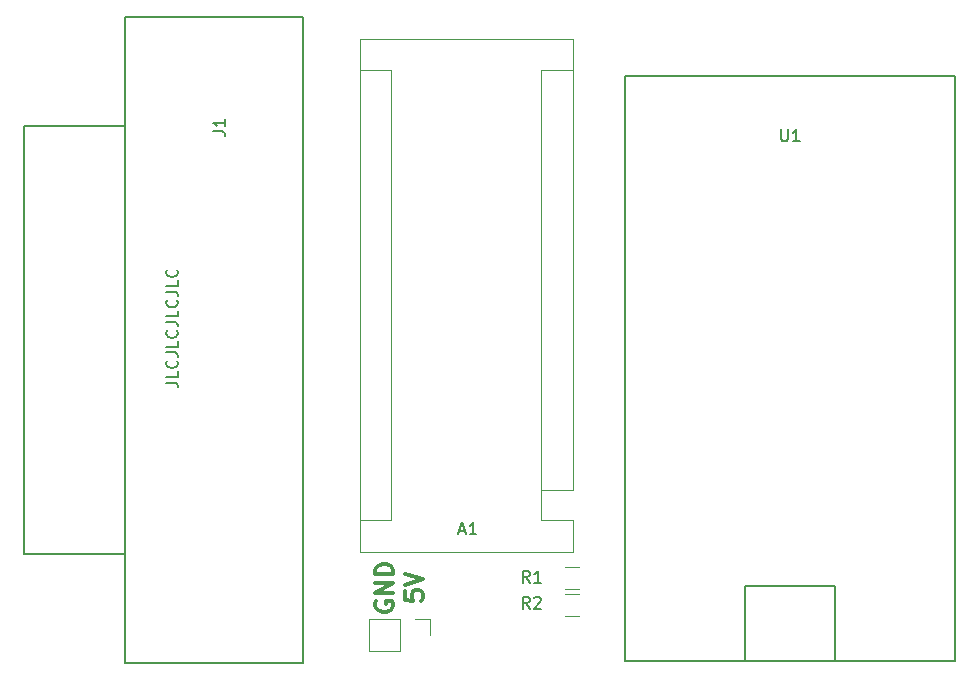
<source format=gbr>
G04 #@! TF.GenerationSoftware,KiCad,Pcbnew,5.0.2-bee76a0~70~ubuntu18.04.1*
G04 #@! TF.CreationDate,2020-08-17T12:26:13+12:00*
G04 #@! TF.ProjectId,Wireless488,57697265-6c65-4737-9334-38382e6b6963,rev?*
G04 #@! TF.SameCoordinates,Original*
G04 #@! TF.FileFunction,Legend,Top*
G04 #@! TF.FilePolarity,Positive*
%FSLAX46Y46*%
G04 Gerber Fmt 4.6, Leading zero omitted, Abs format (unit mm)*
G04 Created by KiCad (PCBNEW 5.0.2-bee76a0~70~ubuntu18.04.1) date Mon 17 Aug 2020 12:26:13 NZST*
%MOMM*%
%LPD*%
G01*
G04 APERTURE LIST*
%ADD10C,0.200000*%
%ADD11C,0.300000*%
%ADD12C,0.150000*%
%ADD13C,0.120000*%
G04 APERTURE END LIST*
D10*
X93952380Y-84619047D02*
X94666666Y-84619047D01*
X94809523Y-84666666D01*
X94904761Y-84761904D01*
X94952380Y-84904761D01*
X94952380Y-85000000D01*
X94952380Y-83666666D02*
X94952380Y-84142857D01*
X93952380Y-84142857D01*
X94857142Y-82761904D02*
X94904761Y-82809523D01*
X94952380Y-82952380D01*
X94952380Y-83047619D01*
X94904761Y-83190476D01*
X94809523Y-83285714D01*
X94714285Y-83333333D01*
X94523809Y-83380952D01*
X94380952Y-83380952D01*
X94190476Y-83333333D01*
X94095238Y-83285714D01*
X94000000Y-83190476D01*
X93952380Y-83047619D01*
X93952380Y-82952380D01*
X94000000Y-82809523D01*
X94047619Y-82761904D01*
X93952380Y-82047619D02*
X94666666Y-82047619D01*
X94809523Y-82095238D01*
X94904761Y-82190476D01*
X94952380Y-82333333D01*
X94952380Y-82428571D01*
X94952380Y-81095238D02*
X94952380Y-81571428D01*
X93952380Y-81571428D01*
X94857142Y-80190476D02*
X94904761Y-80238095D01*
X94952380Y-80380952D01*
X94952380Y-80476190D01*
X94904761Y-80619047D01*
X94809523Y-80714285D01*
X94714285Y-80761904D01*
X94523809Y-80809523D01*
X94380952Y-80809523D01*
X94190476Y-80761904D01*
X94095238Y-80714285D01*
X94000000Y-80619047D01*
X93952380Y-80476190D01*
X93952380Y-80380952D01*
X94000000Y-80238095D01*
X94047619Y-80190476D01*
X93952380Y-79476190D02*
X94666666Y-79476190D01*
X94809523Y-79523809D01*
X94904761Y-79619047D01*
X94952380Y-79761904D01*
X94952380Y-79857142D01*
X94952380Y-78523809D02*
X94952380Y-79000000D01*
X93952380Y-79000000D01*
X94857142Y-77619047D02*
X94904761Y-77666666D01*
X94952380Y-77809523D01*
X94952380Y-77904761D01*
X94904761Y-78047619D01*
X94809523Y-78142857D01*
X94714285Y-78190476D01*
X94523809Y-78238095D01*
X94380952Y-78238095D01*
X94190476Y-78190476D01*
X94095238Y-78142857D01*
X94000000Y-78047619D01*
X93952380Y-77904761D01*
X93952380Y-77809523D01*
X94000000Y-77666666D01*
X94047619Y-77619047D01*
X93952380Y-76904761D02*
X94666666Y-76904761D01*
X94809523Y-76952380D01*
X94904761Y-77047619D01*
X94952380Y-77190476D01*
X94952380Y-77285714D01*
X94952380Y-75952380D02*
X94952380Y-76428571D01*
X93952380Y-76428571D01*
X94857142Y-75047619D02*
X94904761Y-75095238D01*
X94952380Y-75238095D01*
X94952380Y-75333333D01*
X94904761Y-75476190D01*
X94809523Y-75571428D01*
X94714285Y-75619047D01*
X94523809Y-75666666D01*
X94380952Y-75666666D01*
X94190476Y-75619047D01*
X94095238Y-75571428D01*
X94000000Y-75476190D01*
X93952380Y-75333333D01*
X93952380Y-75238095D01*
X94000000Y-75095238D01*
X94047619Y-75047619D01*
D11*
X111750000Y-103142857D02*
X111678571Y-103285714D01*
X111678571Y-103500000D01*
X111750000Y-103714285D01*
X111892857Y-103857142D01*
X112035714Y-103928571D01*
X112321428Y-104000000D01*
X112535714Y-104000000D01*
X112821428Y-103928571D01*
X112964285Y-103857142D01*
X113107142Y-103714285D01*
X113178571Y-103500000D01*
X113178571Y-103357142D01*
X113107142Y-103142857D01*
X113035714Y-103071428D01*
X112535714Y-103071428D01*
X112535714Y-103357142D01*
X113178571Y-102428571D02*
X111678571Y-102428571D01*
X113178571Y-101571428D01*
X111678571Y-101571428D01*
X113178571Y-100857142D02*
X111678571Y-100857142D01*
X111678571Y-100500000D01*
X111750000Y-100285714D01*
X111892857Y-100142857D01*
X112035714Y-100071428D01*
X112321428Y-100000000D01*
X112535714Y-100000000D01*
X112821428Y-100071428D01*
X112964285Y-100142857D01*
X113107142Y-100285714D01*
X113178571Y-100500000D01*
X113178571Y-100857142D01*
X114178571Y-102285714D02*
X114178571Y-103000000D01*
X114892857Y-103071428D01*
X114821428Y-103000000D01*
X114750000Y-102857142D01*
X114750000Y-102500000D01*
X114821428Y-102357142D01*
X114892857Y-102285714D01*
X115035714Y-102214285D01*
X115392857Y-102214285D01*
X115535714Y-102285714D01*
X115607142Y-102357142D01*
X115678571Y-102500000D01*
X115678571Y-102857142D01*
X115607142Y-103000000D01*
X115535714Y-103071428D01*
X114178571Y-101785714D02*
X115678571Y-101285714D01*
X114178571Y-100785714D01*
D12*
G04 #@! TO.C,U1*
X150610000Y-101820000D02*
X150610000Y-108170000D01*
X142990000Y-101820000D02*
X150610000Y-101820000D01*
X142990000Y-108170000D02*
X142990000Y-101820000D01*
X132830000Y-58640000D02*
X132830000Y-59910000D01*
X160770000Y-58640000D02*
X132830000Y-58640000D01*
X160770000Y-108170000D02*
X160770000Y-58640000D01*
X132830000Y-108170000D02*
X160770000Y-108170000D01*
X132830000Y-59910000D02*
X132830000Y-108170000D01*
D13*
G04 #@! TO.C,R2*
X127702937Y-104345001D02*
X128907065Y-104345001D01*
X127702937Y-102525001D02*
X128907065Y-102525001D01*
G04 #@! TO.C,R1*
X127702937Y-100235001D02*
X128907065Y-100235001D01*
X127702937Y-102055001D02*
X128907065Y-102055001D01*
G04 #@! TO.C,J2*
X111130000Y-104670000D02*
X111130000Y-107330000D01*
X113730000Y-104670000D02*
X111130000Y-104670000D01*
X113730000Y-107330000D02*
X111130000Y-107330000D01*
X113730000Y-104670000D02*
X113730000Y-107330000D01*
X115000000Y-104670000D02*
X116330000Y-104670000D01*
X116330000Y-104670000D02*
X116330000Y-106000000D01*
D12*
G04 #@! TO.C,J1*
X90440000Y-53650000D02*
X90440000Y-108350000D01*
X105540000Y-53650000D02*
X105540000Y-108350000D01*
X105540000Y-53650000D02*
X90440000Y-53650000D01*
X105540000Y-108350000D02*
X90440000Y-108350000D01*
X90440000Y-62850000D02*
X81940000Y-62850000D01*
X81940000Y-62850000D02*
X81940000Y-99150000D01*
X81940000Y-99150000D02*
X90440000Y-99150000D01*
D13*
G04 #@! TO.C,A1*
X125730000Y-93730000D02*
X125730000Y-96270000D01*
X125730000Y-96270000D02*
X128400000Y-96270000D01*
X128400000Y-93730000D02*
X128400000Y-55500000D01*
X128400000Y-98940000D02*
X128400000Y-96270000D01*
X113030000Y-96270000D02*
X110360000Y-96270000D01*
X113030000Y-96270000D02*
X113030000Y-58170000D01*
X113030000Y-58170000D02*
X110360000Y-58170000D01*
X125730000Y-93730000D02*
X128400000Y-93730000D01*
X125730000Y-93730000D02*
X125730000Y-58170000D01*
X125730000Y-58170000D02*
X128400000Y-58170000D01*
X128400000Y-55500000D02*
X110360000Y-55500000D01*
X110360000Y-55500000D02*
X110360000Y-98940000D01*
X110360000Y-98940000D02*
X128400000Y-98940000D01*
G04 #@! TO.C,U1*
D12*
X146038095Y-63172380D02*
X146038095Y-63981904D01*
X146085714Y-64077142D01*
X146133333Y-64124761D01*
X146228571Y-64172380D01*
X146419047Y-64172380D01*
X146514285Y-64124761D01*
X146561904Y-64077142D01*
X146609523Y-63981904D01*
X146609523Y-63172380D01*
X147609523Y-64172380D02*
X147038095Y-64172380D01*
X147323809Y-64172380D02*
X147323809Y-63172380D01*
X147228571Y-63315238D01*
X147133333Y-63410476D01*
X147038095Y-63458095D01*
G04 #@! TO.C,R2*
X124733333Y-103752380D02*
X124400000Y-103276190D01*
X124161904Y-103752380D02*
X124161904Y-102752380D01*
X124542857Y-102752380D01*
X124638095Y-102800000D01*
X124685714Y-102847619D01*
X124733333Y-102942857D01*
X124733333Y-103085714D01*
X124685714Y-103180952D01*
X124638095Y-103228571D01*
X124542857Y-103276190D01*
X124161904Y-103276190D01*
X125114285Y-102847619D02*
X125161904Y-102800000D01*
X125257142Y-102752380D01*
X125495238Y-102752380D01*
X125590476Y-102800000D01*
X125638095Y-102847619D01*
X125685714Y-102942857D01*
X125685714Y-103038095D01*
X125638095Y-103180952D01*
X125066666Y-103752380D01*
X125685714Y-103752380D01*
G04 #@! TO.C,R1*
X124733333Y-101552380D02*
X124400000Y-101076190D01*
X124161904Y-101552380D02*
X124161904Y-100552380D01*
X124542857Y-100552380D01*
X124638095Y-100600000D01*
X124685714Y-100647619D01*
X124733333Y-100742857D01*
X124733333Y-100885714D01*
X124685714Y-100980952D01*
X124638095Y-101028571D01*
X124542857Y-101076190D01*
X124161904Y-101076190D01*
X125685714Y-101552380D02*
X125114285Y-101552380D01*
X125400000Y-101552380D02*
X125400000Y-100552380D01*
X125304761Y-100695238D01*
X125209523Y-100790476D01*
X125114285Y-100838095D01*
G04 #@! TO.C,J1*
X97952380Y-63333333D02*
X98666666Y-63333333D01*
X98809523Y-63380952D01*
X98904761Y-63476190D01*
X98952380Y-63619047D01*
X98952380Y-63714285D01*
X98952380Y-62333333D02*
X98952380Y-62904761D01*
X98952380Y-62619047D02*
X97952380Y-62619047D01*
X98095238Y-62714285D01*
X98190476Y-62809523D01*
X98238095Y-62904761D01*
G04 #@! TO.C,A1*
X118785714Y-97166666D02*
X119261904Y-97166666D01*
X118690476Y-97452380D02*
X119023809Y-96452380D01*
X119357142Y-97452380D01*
X120214285Y-97452380D02*
X119642857Y-97452380D01*
X119928571Y-97452380D02*
X119928571Y-96452380D01*
X119833333Y-96595238D01*
X119738095Y-96690476D01*
X119642857Y-96738095D01*
G04 #@! TD*
M02*

</source>
